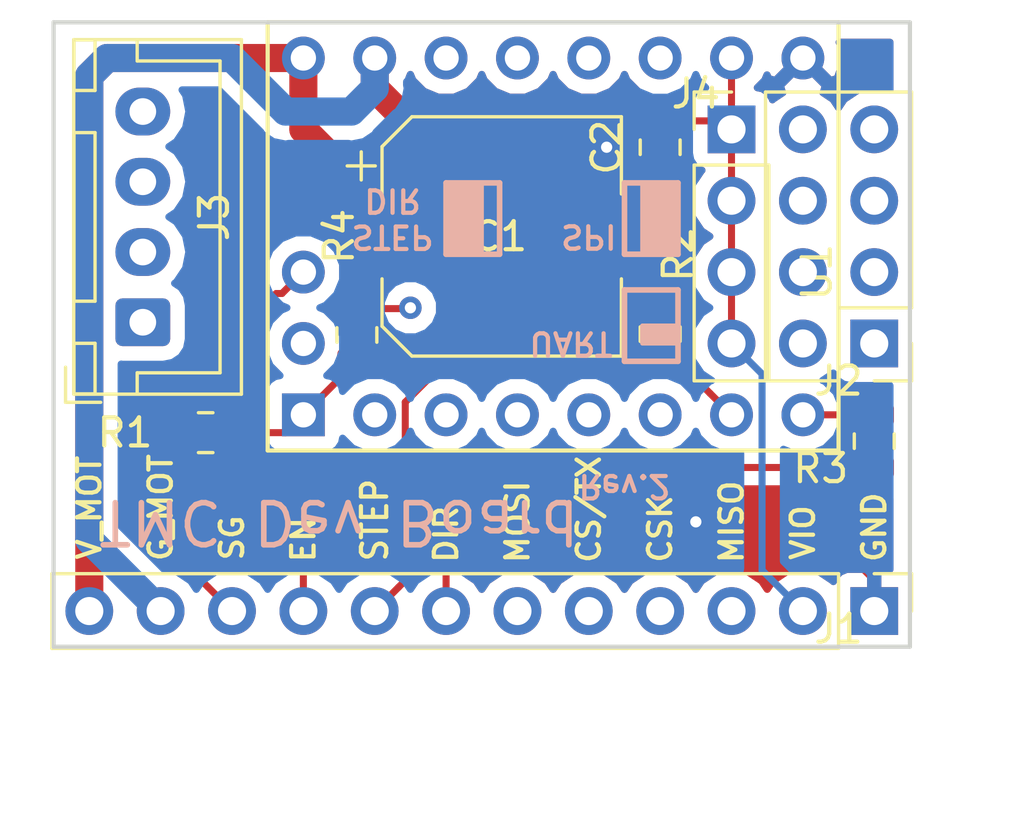
<source format=kicad_pcb>
(kicad_pcb (version 20171130) (host pcbnew 5.0.2+dfsg1-1)

  (general
    (thickness 1.6)
    (drawings 39)
    (tracks 125)
    (zones 0)
    (modules 11)
    (nets 24)
  )

  (page A4)
  (layers
    (0 F.Cu signal)
    (1 In1.Cu signal)
    (2 In2.Cu signal)
    (31 B.Cu signal)
    (32 B.Adhes user)
    (33 F.Adhes user)
    (34 B.Paste user)
    (35 F.Paste user)
    (36 B.SilkS user)
    (37 F.SilkS user)
    (38 B.Mask user)
    (39 F.Mask user)
    (40 Dwgs.User user)
    (41 Cmts.User user)
    (42 Eco1.User user)
    (43 Eco2.User user)
    (44 Edge.Cuts user)
    (45 Margin user)
    (46 B.CrtYd user)
    (47 F.CrtYd user)
    (48 B.Fab user)
    (49 F.Fab user)
  )

  (setup
    (last_trace_width 0.25)
    (trace_clearance 0.2)
    (zone_clearance 0.508)
    (zone_45_only no)
    (trace_min 0.2)
    (segment_width 0.2)
    (edge_width 0.15)
    (via_size 0.8)
    (via_drill 0.4)
    (via_min_size 0.4)
    (via_min_drill 0.3)
    (uvia_size 0.3)
    (uvia_drill 0.1)
    (uvias_allowed no)
    (uvia_min_size 0.2)
    (uvia_min_drill 0.1)
    (pcb_text_width 0.3)
    (pcb_text_size 1.5 1.5)
    (mod_edge_width 0.15)
    (mod_text_size 1 1)
    (mod_text_width 0.15)
    (pad_size 1.15 1.4)
    (pad_drill 0)
    (pad_to_mask_clearance 0.051)
    (solder_mask_min_width 0.25)
    (aux_axis_origin 0 0)
    (visible_elements FFFFFF7F)
    (pcbplotparams
      (layerselection 0x010fc_ffffffff)
      (usegerberextensions false)
      (usegerberattributes false)
      (usegerberadvancedattributes false)
      (creategerberjobfile false)
      (excludeedgelayer true)
      (linewidth 0.100000)
      (plotframeref false)
      (viasonmask false)
      (mode 1)
      (useauxorigin false)
      (hpglpennumber 1)
      (hpglpenspeed 20)
      (hpglpendiameter 15.000000)
      (psnegative false)
      (psa4output false)
      (plotreference true)
      (plotvalue true)
      (plotinvisibletext false)
      (padsonsilk false)
      (subtractmaskfromsilk false)
      (outputformat 1)
      (mirror false)
      (drillshape 1)
      (scaleselection 1)
      (outputdirectory ""))
  )

  (net 0 "")
  (net 1 GND)
  (net 2 "Net-(R1-Pad1)")
  (net 3 "Net-(R3-Pad1)")
  (net 4 "Net-(R2-Pad1)")
  (net 5 V_MOT)
  (net 6 G_MOT)
  (net 7 VIO)
  (net 8 "Net-(J1-Pad5)")
  (net 9 "Net-(J1-Pad6)")
  (net 10 DIR)
  (net 11 STEP)
  (net 12 EN)
  (net 13 SG)
  (net 14 MOSI)
  (net 15 CS)
  (net 16 SCK)
  (net 17 MISO)
  (net 18 "Net-(J3-Pad1)")
  (net 19 "Net-(J3-Pad2)")
  (net 20 "Net-(J3-Pad3)")
  (net 21 "Net-(J3-Pad4)")
  (net 22 "Net-(J1-Pad3)")
  (net 23 "Net-(J1-Pad4)")

  (net_class Default "This is the default net class."
    (clearance 0.2)
    (trace_width 0.25)
    (via_dia 0.8)
    (via_drill 0.4)
    (uvia_dia 0.3)
    (uvia_drill 0.1)
    (add_net CS)
    (add_net DIR)
    (add_net EN)
    (add_net GND)
    (add_net G_MOT)
    (add_net MISO)
    (add_net MOSI)
    (add_net "Net-(J1-Pad3)")
    (add_net "Net-(J1-Pad4)")
    (add_net "Net-(J1-Pad5)")
    (add_net "Net-(J1-Pad6)")
    (add_net "Net-(J3-Pad1)")
    (add_net "Net-(J3-Pad2)")
    (add_net "Net-(J3-Pad3)")
    (add_net "Net-(J3-Pad4)")
    (add_net "Net-(R1-Pad1)")
    (add_net "Net-(R2-Pad1)")
    (add_net "Net-(R3-Pad1)")
    (add_net SCK)
    (add_net SG)
    (add_net STEP)
    (add_net VIO)
    (add_net V_MOT)
  )

  (module Capacitor_SMD:CP_Elec_8x10 (layer F.Cu) (tedit 5BCA39D0) (tstamp 614C730C)
    (at 146.125 86.36)
    (descr "SMD capacitor, aluminum electrolytic, Nichicon, 8.0x10mm")
    (tags "capacitor electrolytic")
    (path /614BAF3F)
    (attr smd)
    (fp_text reference C1 (at -0.075 0) (layer F.SilkS)
      (effects (font (size 1 1) (thickness 0.15)))
    )
    (fp_text value 100u (at 0 5.2) (layer F.Fab)
      (effects (font (size 1 1) (thickness 0.15)))
    )
    (fp_circle (center 0 0) (end 4 0) (layer F.Fab) (width 0.1))
    (fp_line (start 4.15 -4.15) (end 4.15 4.15) (layer F.Fab) (width 0.1))
    (fp_line (start -3.15 -4.15) (end 4.15 -4.15) (layer F.Fab) (width 0.1))
    (fp_line (start -3.15 4.15) (end 4.15 4.15) (layer F.Fab) (width 0.1))
    (fp_line (start -4.15 -3.15) (end -4.15 3.15) (layer F.Fab) (width 0.1))
    (fp_line (start -4.15 -3.15) (end -3.15 -4.15) (layer F.Fab) (width 0.1))
    (fp_line (start -4.15 3.15) (end -3.15 4.15) (layer F.Fab) (width 0.1))
    (fp_line (start -3.562278 -1.5) (end -2.762278 -1.5) (layer F.Fab) (width 0.1))
    (fp_line (start -3.162278 -1.9) (end -3.162278 -1.1) (layer F.Fab) (width 0.1))
    (fp_line (start 4.26 4.26) (end 4.26 1.51) (layer F.SilkS) (width 0.12))
    (fp_line (start 4.26 -4.26) (end 4.26 -1.51) (layer F.SilkS) (width 0.12))
    (fp_line (start -3.195563 -4.26) (end 4.26 -4.26) (layer F.SilkS) (width 0.12))
    (fp_line (start -3.195563 4.26) (end 4.26 4.26) (layer F.SilkS) (width 0.12))
    (fp_line (start -4.26 3.195563) (end -4.26 1.51) (layer F.SilkS) (width 0.12))
    (fp_line (start -4.26 -3.195563) (end -4.26 -1.51) (layer F.SilkS) (width 0.12))
    (fp_line (start -4.26 -3.195563) (end -3.195563 -4.26) (layer F.SilkS) (width 0.12))
    (fp_line (start -4.26 3.195563) (end -3.195563 4.26) (layer F.SilkS) (width 0.12))
    (fp_line (start -5.5 -2.51) (end -4.5 -2.51) (layer F.SilkS) (width 0.12))
    (fp_line (start -5 -3.01) (end -5 -2.01) (layer F.SilkS) (width 0.12))
    (fp_line (start 4.4 -4.4) (end 4.4 -1.5) (layer F.CrtYd) (width 0.05))
    (fp_line (start 4.4 -1.5) (end 5.25 -1.5) (layer F.CrtYd) (width 0.05))
    (fp_line (start 5.25 -1.5) (end 5.25 1.5) (layer F.CrtYd) (width 0.05))
    (fp_line (start 5.25 1.5) (end 4.4 1.5) (layer F.CrtYd) (width 0.05))
    (fp_line (start 4.4 1.5) (end 4.4 4.4) (layer F.CrtYd) (width 0.05))
    (fp_line (start -3.25 4.4) (end 4.4 4.4) (layer F.CrtYd) (width 0.05))
    (fp_line (start -3.25 -4.4) (end 4.4 -4.4) (layer F.CrtYd) (width 0.05))
    (fp_line (start -4.4 3.25) (end -3.25 4.4) (layer F.CrtYd) (width 0.05))
    (fp_line (start -4.4 -3.25) (end -3.25 -4.4) (layer F.CrtYd) (width 0.05))
    (fp_line (start -4.4 -3.25) (end -4.4 -1.5) (layer F.CrtYd) (width 0.05))
    (fp_line (start -4.4 1.5) (end -4.4 3.25) (layer F.CrtYd) (width 0.05))
    (fp_line (start -4.4 -1.5) (end -5.25 -1.5) (layer F.CrtYd) (width 0.05))
    (fp_line (start -5.25 -1.5) (end -5.25 1.5) (layer F.CrtYd) (width 0.05))
    (fp_line (start -5.25 1.5) (end -4.4 1.5) (layer F.CrtYd) (width 0.05))
    (fp_text user %R (at 0 0) (layer F.Fab)
      (effects (font (size 1 1) (thickness 0.15)))
    )
    (pad 1 smd roundrect (at -3.25 0) (size 3.5 2.5) (layers F.Cu F.Paste F.Mask) (roundrect_rratio 0.1)
      (net 5 V_MOT))
    (pad 2 smd roundrect (at 3.25 0) (size 3.5 2.5) (layers F.Cu F.Paste F.Mask) (roundrect_rratio 0.1)
      (net 6 G_MOT))
    (model ${KISYS3DMOD}/Capacitor_SMD.3dshapes/CP_Elec_8x10.wrl
      (at (xyz 0 0 0))
      (scale (xyz 1 1 1))
      (rotate (xyz 0 0 0))
    )
  )

  (module Capacitor_SMD:C_0805_2012Metric (layer F.Cu) (tedit 5B36C52B) (tstamp 614C731D)
    (at 151.765 83.185 270)
    (descr "Capacitor SMD 0805 (2012 Metric), square (rectangular) end terminal, IPC_7351 nominal, (Body size source: https://docs.google.com/spreadsheets/d/1BsfQQcO9C6DZCsRaXUlFlo91Tg2WpOkGARC1WS5S8t0/edit?usp=sharing), generated with kicad-footprint-generator")
    (tags capacitor)
    (path /614B9D82)
    (attr smd)
    (fp_text reference C2 (at 0 1.905 270) (layer F.SilkS)
      (effects (font (size 1 1) (thickness 0.15)))
    )
    (fp_text value 100n (at 0 1.65 270) (layer F.Fab)
      (effects (font (size 1 1) (thickness 0.15)))
    )
    (fp_line (start -1 0.6) (end -1 -0.6) (layer F.Fab) (width 0.1))
    (fp_line (start -1 -0.6) (end 1 -0.6) (layer F.Fab) (width 0.1))
    (fp_line (start 1 -0.6) (end 1 0.6) (layer F.Fab) (width 0.1))
    (fp_line (start 1 0.6) (end -1 0.6) (layer F.Fab) (width 0.1))
    (fp_line (start -0.258578 -0.71) (end 0.258578 -0.71) (layer F.SilkS) (width 0.12))
    (fp_line (start -0.258578 0.71) (end 0.258578 0.71) (layer F.SilkS) (width 0.12))
    (fp_line (start -1.68 0.95) (end -1.68 -0.95) (layer F.CrtYd) (width 0.05))
    (fp_line (start -1.68 -0.95) (end 1.68 -0.95) (layer F.CrtYd) (width 0.05))
    (fp_line (start 1.68 -0.95) (end 1.68 0.95) (layer F.CrtYd) (width 0.05))
    (fp_line (start 1.68 0.95) (end -1.68 0.95) (layer F.CrtYd) (width 0.05))
    (fp_text user %R (at 0 0 270) (layer F.Fab)
      (effects (font (size 0.5 0.5) (thickness 0.08)))
    )
    (pad 1 smd roundrect (at -0.9375 0 270) (size 0.975 1.4) (layers F.Cu F.Paste F.Mask) (roundrect_rratio 0.25)
      (net 7 VIO))
    (pad 2 smd roundrect (at 0.9375 0 270) (size 0.975 1.4) (layers F.Cu F.Paste F.Mask) (roundrect_rratio 0.25)
      (net 1 GND))
    (model ${KISYS3DMOD}/Capacitor_SMD.3dshapes/C_0805_2012Metric.wrl
      (at (xyz 0 0 0))
      (scale (xyz 1 1 1))
      (rotate (xyz 0 0 0))
    )
  )

  (module Connector_PinHeader_2.54mm:PinHeader_1x12_P2.54mm_Vertical (layer F.Cu) (tedit 59FED5CC) (tstamp 614C733D)
    (at 159.385 99.695 270)
    (descr "Through hole straight pin header, 1x12, 2.54mm pitch, single row")
    (tags "Through hole pin header THT 1x12 2.54mm single row")
    (path /612F9F73)
    (fp_text reference J1 (at 0.635 1.27) (layer F.SilkS)
      (effects (font (size 1 1) (thickness 0.15)))
    )
    (fp_text value Conn_01x12_Female (at 0 30.27 270) (layer F.Fab)
      (effects (font (size 1 1) (thickness 0.15)))
    )
    (fp_line (start -0.635 -1.27) (end 1.27 -1.27) (layer F.Fab) (width 0.1))
    (fp_line (start 1.27 -1.27) (end 1.27 29.21) (layer F.Fab) (width 0.1))
    (fp_line (start 1.27 29.21) (end -1.27 29.21) (layer F.Fab) (width 0.1))
    (fp_line (start -1.27 29.21) (end -1.27 -0.635) (layer F.Fab) (width 0.1))
    (fp_line (start -1.27 -0.635) (end -0.635 -1.27) (layer F.Fab) (width 0.1))
    (fp_line (start -1.33 29.27) (end 1.33 29.27) (layer F.SilkS) (width 0.12))
    (fp_line (start -1.33 1.27) (end -1.33 29.27) (layer F.SilkS) (width 0.12))
    (fp_line (start 1.33 1.27) (end 1.33 29.27) (layer F.SilkS) (width 0.12))
    (fp_line (start -1.33 1.27) (end 1.33 1.27) (layer F.SilkS) (width 0.12))
    (fp_line (start -1.33 0) (end -1.33 -1.33) (layer F.SilkS) (width 0.12))
    (fp_line (start -1.33 -1.33) (end 0 -1.33) (layer F.SilkS) (width 0.12))
    (fp_line (start -1.8 -1.8) (end -1.8 29.75) (layer F.CrtYd) (width 0.05))
    (fp_line (start -1.8 29.75) (end 1.8 29.75) (layer F.CrtYd) (width 0.05))
    (fp_line (start 1.8 29.75) (end 1.8 -1.8) (layer F.CrtYd) (width 0.05))
    (fp_line (start 1.8 -1.8) (end -1.8 -1.8) (layer F.CrtYd) (width 0.05))
    (fp_text user %R (at 0 13.97) (layer F.Fab)
      (effects (font (size 1 1) (thickness 0.15)))
    )
    (pad 1 thru_hole rect (at 0 0 270) (size 1.7 1.7) (drill 1) (layers *.Cu *.Mask)
      (net 1 GND))
    (pad 2 thru_hole oval (at 0 2.54 270) (size 1.7 1.7) (drill 1) (layers *.Cu *.Mask)
      (net 7 VIO))
    (pad 3 thru_hole oval (at 0 5.08 270) (size 1.7 1.7) (drill 1) (layers *.Cu *.Mask)
      (net 22 "Net-(J1-Pad3)"))
    (pad 4 thru_hole oval (at 0 7.62 270) (size 1.7 1.7) (drill 1) (layers *.Cu *.Mask)
      (net 23 "Net-(J1-Pad4)"))
    (pad 5 thru_hole oval (at 0 10.16 270) (size 1.7 1.7) (drill 1) (layers *.Cu *.Mask)
      (net 8 "Net-(J1-Pad5)"))
    (pad 6 thru_hole oval (at 0 12.7 270) (size 1.7 1.7) (drill 1) (layers *.Cu *.Mask)
      (net 9 "Net-(J1-Pad6)"))
    (pad 7 thru_hole oval (at 0 15.24 270) (size 1.7 1.7) (drill 1) (layers *.Cu *.Mask)
      (net 10 DIR))
    (pad 8 thru_hole oval (at 0 17.78 270) (size 1.7 1.7) (drill 1) (layers *.Cu *.Mask)
      (net 11 STEP))
    (pad 9 thru_hole oval (at 0 20.32 270) (size 1.7 1.7) (drill 1) (layers *.Cu *.Mask)
      (net 12 EN))
    (pad 10 thru_hole oval (at 0 22.86 270) (size 1.7 1.7) (drill 1) (layers *.Cu *.Mask)
      (net 13 SG))
    (pad 11 thru_hole oval (at 0 25.4 270) (size 1.7 1.7) (drill 1) (layers *.Cu *.Mask)
      (net 6 G_MOT))
    (pad 12 thru_hole oval (at 0 27.94 270) (size 1.7 1.7) (drill 1) (layers *.Cu *.Mask)
      (net 5 V_MOT))
    (model ${KISYS3DMOD}/Connector_PinHeader_2.54mm.3dshapes/PinHeader_1x12_P2.54mm_Vertical.wrl
      (at (xyz 0 0 0))
      (scale (xyz 1 1 1))
      (rotate (xyz 0 0 0))
    )
  )

  (module Connector_PinHeader_2.54mm:PinHeader_2x04_P2.54mm_Vertical (layer F.Cu) (tedit 59FED5CC) (tstamp 614C735B)
    (at 159.385 90.17 180)
    (descr "Through hole straight pin header, 2x04, 2.54mm pitch, double rows")
    (tags "Through hole pin header THT 2x04 2.54mm double row")
    (path /614B4E6C)
    (fp_text reference J2 (at 1.27 -1.33 180) (layer F.SilkS)
      (effects (font (size 1 1) (thickness 0.15)))
    )
    (fp_text value UART/SPI_header (at 1.27 9.95 180) (layer F.Fab)
      (effects (font (size 1 1) (thickness 0.15)))
    )
    (fp_line (start 0 -1.27) (end 3.81 -1.27) (layer F.Fab) (width 0.1))
    (fp_line (start 3.81 -1.27) (end 3.81 8.89) (layer F.Fab) (width 0.1))
    (fp_line (start 3.81 8.89) (end -1.27 8.89) (layer F.Fab) (width 0.1))
    (fp_line (start -1.27 8.89) (end -1.27 0) (layer F.Fab) (width 0.1))
    (fp_line (start -1.27 0) (end 0 -1.27) (layer F.Fab) (width 0.1))
    (fp_line (start -1.33 8.95) (end 3.87 8.95) (layer F.SilkS) (width 0.12))
    (fp_line (start -1.33 1.27) (end -1.33 8.95) (layer F.SilkS) (width 0.12))
    (fp_line (start 3.87 -1.33) (end 3.87 8.95) (layer F.SilkS) (width 0.12))
    (fp_line (start -1.33 1.27) (end 1.27 1.27) (layer F.SilkS) (width 0.12))
    (fp_line (start 1.27 1.27) (end 1.27 -1.33) (layer F.SilkS) (width 0.12))
    (fp_line (start 1.27 -1.33) (end 3.87 -1.33) (layer F.SilkS) (width 0.12))
    (fp_line (start -1.33 0) (end -1.33 -1.33) (layer F.SilkS) (width 0.12))
    (fp_line (start -1.33 -1.33) (end 0 -1.33) (layer F.SilkS) (width 0.12))
    (fp_line (start -1.8 -1.8) (end -1.8 9.4) (layer F.CrtYd) (width 0.05))
    (fp_line (start -1.8 9.4) (end 4.35 9.4) (layer F.CrtYd) (width 0.05))
    (fp_line (start 4.35 9.4) (end 4.35 -1.8) (layer F.CrtYd) (width 0.05))
    (fp_line (start 4.35 -1.8) (end -1.8 -1.8) (layer F.CrtYd) (width 0.05))
    (fp_text user %R (at 1.27 3.81 270) (layer F.Fab)
      (effects (font (size 1 1) (thickness 0.15)))
    )
    (pad 1 thru_hole rect (at 0 0 180) (size 1.7 1.7) (drill 1) (layers *.Cu *.Mask)
      (net 9 "Net-(J1-Pad6)"))
    (pad 2 thru_hole oval (at 2.54 0 180) (size 1.7 1.7) (drill 1) (layers *.Cu *.Mask)
      (net 14 MOSI))
    (pad 3 thru_hole oval (at 0 2.54 180) (size 1.7 1.7) (drill 1) (layers *.Cu *.Mask)
      (net 8 "Net-(J1-Pad5)"))
    (pad 4 thru_hole oval (at 2.54 2.54 180) (size 1.7 1.7) (drill 1) (layers *.Cu *.Mask)
      (net 15 CS))
    (pad 5 thru_hole oval (at 0 5.08 180) (size 1.7 1.7) (drill 1) (layers *.Cu *.Mask)
      (net 23 "Net-(J1-Pad4)"))
    (pad 6 thru_hole oval (at 2.54 5.08 180) (size 1.7 1.7) (drill 1) (layers *.Cu *.Mask)
      (net 16 SCK))
    (pad 7 thru_hole oval (at 0 7.62 180) (size 1.7 1.7) (drill 1) (layers *.Cu *.Mask)
      (net 22 "Net-(J1-Pad3)"))
    (pad 8 thru_hole oval (at 2.54 7.62 180) (size 1.7 1.7) (drill 1) (layers *.Cu *.Mask)
      (net 17 MISO))
    (model ${KISYS3DMOD}/Connector_PinHeader_2.54mm.3dshapes/PinHeader_2x04_P2.54mm_Vertical.wrl
      (at (xyz 0 0 0))
      (scale (xyz 1 1 1))
      (rotate (xyz 0 0 0))
    )
  )

  (module Connector_JST:JST_XH_B04B-XH-A_1x04_P2.50mm_Vertical (layer F.Cu) (tedit 5B7754C5) (tstamp 614C7386)
    (at 133.35 89.415 90)
    (descr "JST XH series connector, B04B-XH-A (http://www.jst-mfg.com/product/pdf/eng/eXH.pdf), generated with kicad-footprint-generator")
    (tags "connector JST XH side entry")
    (path /614B968C)
    (fp_text reference J3 (at 3.75 2.54 90) (layer F.SilkS)
      (effects (font (size 1 1) (thickness 0.15)))
    )
    (fp_text value Conn_01x04_Female (at 3.75 4.6 90) (layer F.Fab)
      (effects (font (size 1 1) (thickness 0.15)))
    )
    (fp_line (start -2.45 -2.35) (end -2.45 3.4) (layer F.Fab) (width 0.1))
    (fp_line (start -2.45 3.4) (end 9.95 3.4) (layer F.Fab) (width 0.1))
    (fp_line (start 9.95 3.4) (end 9.95 -2.35) (layer F.Fab) (width 0.1))
    (fp_line (start 9.95 -2.35) (end -2.45 -2.35) (layer F.Fab) (width 0.1))
    (fp_line (start -2.56 -2.46) (end -2.56 3.51) (layer F.SilkS) (width 0.12))
    (fp_line (start -2.56 3.51) (end 10.06 3.51) (layer F.SilkS) (width 0.12))
    (fp_line (start 10.06 3.51) (end 10.06 -2.46) (layer F.SilkS) (width 0.12))
    (fp_line (start 10.06 -2.46) (end -2.56 -2.46) (layer F.SilkS) (width 0.12))
    (fp_line (start -2.95 -2.85) (end -2.95 3.9) (layer F.CrtYd) (width 0.05))
    (fp_line (start -2.95 3.9) (end 10.45 3.9) (layer F.CrtYd) (width 0.05))
    (fp_line (start 10.45 3.9) (end 10.45 -2.85) (layer F.CrtYd) (width 0.05))
    (fp_line (start 10.45 -2.85) (end -2.95 -2.85) (layer F.CrtYd) (width 0.05))
    (fp_line (start -0.625 -2.35) (end 0 -1.35) (layer F.Fab) (width 0.1))
    (fp_line (start 0 -1.35) (end 0.625 -2.35) (layer F.Fab) (width 0.1))
    (fp_line (start 0.75 -2.45) (end 0.75 -1.7) (layer F.SilkS) (width 0.12))
    (fp_line (start 0.75 -1.7) (end 6.75 -1.7) (layer F.SilkS) (width 0.12))
    (fp_line (start 6.75 -1.7) (end 6.75 -2.45) (layer F.SilkS) (width 0.12))
    (fp_line (start 6.75 -2.45) (end 0.75 -2.45) (layer F.SilkS) (width 0.12))
    (fp_line (start -2.55 -2.45) (end -2.55 -1.7) (layer F.SilkS) (width 0.12))
    (fp_line (start -2.55 -1.7) (end -0.75 -1.7) (layer F.SilkS) (width 0.12))
    (fp_line (start -0.75 -1.7) (end -0.75 -2.45) (layer F.SilkS) (width 0.12))
    (fp_line (start -0.75 -2.45) (end -2.55 -2.45) (layer F.SilkS) (width 0.12))
    (fp_line (start 8.25 -2.45) (end 8.25 -1.7) (layer F.SilkS) (width 0.12))
    (fp_line (start 8.25 -1.7) (end 10.05 -1.7) (layer F.SilkS) (width 0.12))
    (fp_line (start 10.05 -1.7) (end 10.05 -2.45) (layer F.SilkS) (width 0.12))
    (fp_line (start 10.05 -2.45) (end 8.25 -2.45) (layer F.SilkS) (width 0.12))
    (fp_line (start -2.55 -0.2) (end -1.8 -0.2) (layer F.SilkS) (width 0.12))
    (fp_line (start -1.8 -0.2) (end -1.8 2.75) (layer F.SilkS) (width 0.12))
    (fp_line (start -1.8 2.75) (end 3.75 2.75) (layer F.SilkS) (width 0.12))
    (fp_line (start 10.05 -0.2) (end 9.3 -0.2) (layer F.SilkS) (width 0.12))
    (fp_line (start 9.3 -0.2) (end 9.3 2.75) (layer F.SilkS) (width 0.12))
    (fp_line (start 9.3 2.75) (end 3.75 2.75) (layer F.SilkS) (width 0.12))
    (fp_line (start -1.6 -2.75) (end -2.85 -2.75) (layer F.SilkS) (width 0.12))
    (fp_line (start -2.85 -2.75) (end -2.85 -1.5) (layer F.SilkS) (width 0.12))
    (fp_text user %R (at 3.75 2.7 90) (layer F.Fab)
      (effects (font (size 1 1) (thickness 0.15)))
    )
    (pad 1 thru_hole roundrect (at 0 0 90) (size 1.7 1.95) (drill 0.95) (layers *.Cu *.Mask) (roundrect_rratio 0.147059)
      (net 18 "Net-(J3-Pad1)"))
    (pad 2 thru_hole oval (at 2.5 0 90) (size 1.7 1.95) (drill 0.95) (layers *.Cu *.Mask)
      (net 19 "Net-(J3-Pad2)"))
    (pad 3 thru_hole oval (at 5 0 90) (size 1.7 1.95) (drill 0.95) (layers *.Cu *.Mask)
      (net 20 "Net-(J3-Pad3)"))
    (pad 4 thru_hole oval (at 7.5 0 90) (size 1.7 1.95) (drill 0.95) (layers *.Cu *.Mask)
      (net 21 "Net-(J3-Pad4)"))
    (model ${KISYS3DMOD}/Connector_JST.3dshapes/JST_XH_B04B-XH-A_1x04_P2.50mm_Vertical.wrl
      (at (xyz 0 0 0))
      (scale (xyz 1 1 1))
      (rotate (xyz 0 0 0))
    )
  )

  (module Connector_PinHeader_2.54mm:PinHeader_1x04_P2.54mm_Vertical (layer F.Cu) (tedit 59FED5CC) (tstamp 614C739E)
    (at 154.305 82.55)
    (descr "Through hole straight pin header, 1x04, 2.54mm pitch, single row")
    (tags "Through hole pin header THT 1x04 2.54mm single row")
    (path /614B4CF5)
    (fp_text reference J4 (at -1.27 -1.27) (layer F.SilkS)
      (effects (font (size 1 1) (thickness 0.15)))
    )
    (fp_text value STEP/DIR_header (at 0 9.95) (layer F.Fab)
      (effects (font (size 1 1) (thickness 0.15)))
    )
    (fp_line (start -0.635 -1.27) (end 1.27 -1.27) (layer F.Fab) (width 0.1))
    (fp_line (start 1.27 -1.27) (end 1.27 8.89) (layer F.Fab) (width 0.1))
    (fp_line (start 1.27 8.89) (end -1.27 8.89) (layer F.Fab) (width 0.1))
    (fp_line (start -1.27 8.89) (end -1.27 -0.635) (layer F.Fab) (width 0.1))
    (fp_line (start -1.27 -0.635) (end -0.635 -1.27) (layer F.Fab) (width 0.1))
    (fp_line (start -1.33 8.95) (end 1.33 8.95) (layer F.SilkS) (width 0.12))
    (fp_line (start -1.33 1.27) (end -1.33 8.95) (layer F.SilkS) (width 0.12))
    (fp_line (start 1.33 1.27) (end 1.33 8.95) (layer F.SilkS) (width 0.12))
    (fp_line (start -1.33 1.27) (end 1.33 1.27) (layer F.SilkS) (width 0.12))
    (fp_line (start -1.33 0) (end -1.33 -1.33) (layer F.SilkS) (width 0.12))
    (fp_line (start -1.33 -1.33) (end 0 -1.33) (layer F.SilkS) (width 0.12))
    (fp_line (start -1.8 -1.8) (end -1.8 9.4) (layer F.CrtYd) (width 0.05))
    (fp_line (start -1.8 9.4) (end 1.8 9.4) (layer F.CrtYd) (width 0.05))
    (fp_line (start 1.8 9.4) (end 1.8 -1.8) (layer F.CrtYd) (width 0.05))
    (fp_line (start 1.8 -1.8) (end -1.8 -1.8) (layer F.CrtYd) (width 0.05))
    (fp_text user %R (at 0 3.81 90) (layer F.Fab)
      (effects (font (size 1 1) (thickness 0.15)))
    )
    (pad 1 thru_hole rect (at 0 0) (size 1.7 1.7) (drill 1) (layers *.Cu *.Mask)
      (net 7 VIO))
    (pad 2 thru_hole oval (at 0 2.54) (size 1.7 1.7) (drill 1) (layers *.Cu *.Mask)
      (net 7 VIO))
    (pad 3 thru_hole oval (at 0 5.08) (size 1.7 1.7) (drill 1) (layers *.Cu *.Mask)
      (net 7 VIO))
    (pad 4 thru_hole oval (at 0 7.62) (size 1.7 1.7) (drill 1) (layers *.Cu *.Mask)
      (net 7 VIO))
    (model ${KISYS3DMOD}/Connector_PinHeader_2.54mm.3dshapes/PinHeader_1x04_P2.54mm_Vertical.wrl
      (at (xyz 0 0 0))
      (scale (xyz 1 1 1))
      (rotate (xyz 0 0 0))
    )
  )

  (module Resistor_SMD:R_0805_2012Metric (layer F.Cu) (tedit 5B36C52B) (tstamp 614C73AF)
    (at 135.5875 93.345 180)
    (descr "Resistor SMD 0805 (2012 Metric), square (rectangular) end terminal, IPC_7351 nominal, (Body size source: https://docs.google.com/spreadsheets/d/1BsfQQcO9C6DZCsRaXUlFlo91Tg2WpOkGARC1WS5S8t0/edit?usp=sharing), generated with kicad-footprint-generator")
    (tags resistor)
    (path /614B91B9)
    (attr smd)
    (fp_text reference R1 (at 2.8725 0 180) (layer F.SilkS)
      (effects (font (size 1 1) (thickness 0.15)))
    )
    (fp_text value 100R (at 0 1.65 180) (layer F.Fab)
      (effects (font (size 1 1) (thickness 0.15)))
    )
    (fp_line (start -1 0.6) (end -1 -0.6) (layer F.Fab) (width 0.1))
    (fp_line (start -1 -0.6) (end 1 -0.6) (layer F.Fab) (width 0.1))
    (fp_line (start 1 -0.6) (end 1 0.6) (layer F.Fab) (width 0.1))
    (fp_line (start 1 0.6) (end -1 0.6) (layer F.Fab) (width 0.1))
    (fp_line (start -0.258578 -0.71) (end 0.258578 -0.71) (layer F.SilkS) (width 0.12))
    (fp_line (start -0.258578 0.71) (end 0.258578 0.71) (layer F.SilkS) (width 0.12))
    (fp_line (start -1.68 0.95) (end -1.68 -0.95) (layer F.CrtYd) (width 0.05))
    (fp_line (start -1.68 -0.95) (end 1.68 -0.95) (layer F.CrtYd) (width 0.05))
    (fp_line (start 1.68 -0.95) (end 1.68 0.95) (layer F.CrtYd) (width 0.05))
    (fp_line (start 1.68 0.95) (end -1.68 0.95) (layer F.CrtYd) (width 0.05))
    (fp_text user %R (at 0 0 180) (layer F.Fab)
      (effects (font (size 0.5 0.5) (thickness 0.08)))
    )
    (pad 1 smd roundrect (at -0.9375 0 180) (size 0.975 1.4) (layers F.Cu F.Paste F.Mask) (roundrect_rratio 0.25)
      (net 2 "Net-(R1-Pad1)"))
    (pad 2 smd roundrect (at 0.9375 0 180) (size 0.975 1.4) (layers F.Cu F.Paste F.Mask) (roundrect_rratio 0.25)
      (net 12 EN))
    (model ${KISYS3DMOD}/Resistor_SMD.3dshapes/R_0805_2012Metric.wrl
      (at (xyz 0 0 0))
      (scale (xyz 1 1 1))
      (rotate (xyz 0 0 0))
    )
  )

  (module Resistor_SMD:R_0805_2012Metric (layer F.Cu) (tedit 5B36C52B) (tstamp 614C73C0)
    (at 151.765 89.8375 270)
    (descr "Resistor SMD 0805 (2012 Metric), square (rectangular) end terminal, IPC_7351 nominal, (Body size source: https://docs.google.com/spreadsheets/d/1BsfQQcO9C6DZCsRaXUlFlo91Tg2WpOkGARC1WS5S8t0/edit?usp=sharing), generated with kicad-footprint-generator")
    (tags resistor)
    (path /614B9199)
    (attr smd)
    (fp_text reference R2 (at -2.8425 -0.635 270) (layer F.SilkS)
      (effects (font (size 1 1) (thickness 0.15)))
    )
    (fp_text value 100R (at 0 1.65 270) (layer F.Fab)
      (effects (font (size 1 1) (thickness 0.15)))
    )
    (fp_text user %R (at 0 0 270) (layer F.Fab)
      (effects (font (size 0.5 0.5) (thickness 0.08)))
    )
    (fp_line (start 1.68 0.95) (end -1.68 0.95) (layer F.CrtYd) (width 0.05))
    (fp_line (start 1.68 -0.95) (end 1.68 0.95) (layer F.CrtYd) (width 0.05))
    (fp_line (start -1.68 -0.95) (end 1.68 -0.95) (layer F.CrtYd) (width 0.05))
    (fp_line (start -1.68 0.95) (end -1.68 -0.95) (layer F.CrtYd) (width 0.05))
    (fp_line (start -0.258578 0.71) (end 0.258578 0.71) (layer F.SilkS) (width 0.12))
    (fp_line (start -0.258578 -0.71) (end 0.258578 -0.71) (layer F.SilkS) (width 0.12))
    (fp_line (start 1 0.6) (end -1 0.6) (layer F.Fab) (width 0.1))
    (fp_line (start 1 -0.6) (end 1 0.6) (layer F.Fab) (width 0.1))
    (fp_line (start -1 -0.6) (end 1 -0.6) (layer F.Fab) (width 0.1))
    (fp_line (start -1 0.6) (end -1 -0.6) (layer F.Fab) (width 0.1))
    (pad 2 smd roundrect (at 0.9375 0 270) (size 0.975 1.4) (layers F.Cu F.Paste F.Mask) (roundrect_rratio 0.25)
      (net 11 STEP))
    (pad 1 smd roundrect (at -0.9375 0 270) (size 0.975 1.4) (layers F.Cu F.Paste F.Mask) (roundrect_rratio 0.25)
      (net 4 "Net-(R2-Pad1)"))
    (model ${KISYS3DMOD}/Resistor_SMD.3dshapes/R_0805_2012Metric.wrl
      (at (xyz 0 0 0))
      (scale (xyz 1 1 1))
      (rotate (xyz 0 0 0))
    )
  )

  (module Resistor_SMD:R_0805_2012Metric (layer F.Cu) (tedit 5B36C52B) (tstamp 614C73D1)
    (at 159.385 93.6475 270)
    (descr "Resistor SMD 0805 (2012 Metric), square (rectangular) end terminal, IPC_7351 nominal, (Body size source: https://docs.google.com/spreadsheets/d/1BsfQQcO9C6DZCsRaXUlFlo91Tg2WpOkGARC1WS5S8t0/edit?usp=sharing), generated with kicad-footprint-generator")
    (tags resistor)
    (path /614B8FFB)
    (attr smd)
    (fp_text reference R3 (at 0.9675 1.905) (layer F.SilkS)
      (effects (font (size 1 1) (thickness 0.15)))
    )
    (fp_text value 100R (at 0 1.65 270) (layer F.Fab)
      (effects (font (size 1 1) (thickness 0.15)))
    )
    (fp_line (start -1 0.6) (end -1 -0.6) (layer F.Fab) (width 0.1))
    (fp_line (start -1 -0.6) (end 1 -0.6) (layer F.Fab) (width 0.1))
    (fp_line (start 1 -0.6) (end 1 0.6) (layer F.Fab) (width 0.1))
    (fp_line (start 1 0.6) (end -1 0.6) (layer F.Fab) (width 0.1))
    (fp_line (start -0.258578 -0.71) (end 0.258578 -0.71) (layer F.SilkS) (width 0.12))
    (fp_line (start -0.258578 0.71) (end 0.258578 0.71) (layer F.SilkS) (width 0.12))
    (fp_line (start -1.68 0.95) (end -1.68 -0.95) (layer F.CrtYd) (width 0.05))
    (fp_line (start -1.68 -0.95) (end 1.68 -0.95) (layer F.CrtYd) (width 0.05))
    (fp_line (start 1.68 -0.95) (end 1.68 0.95) (layer F.CrtYd) (width 0.05))
    (fp_line (start 1.68 0.95) (end -1.68 0.95) (layer F.CrtYd) (width 0.05))
    (fp_text user %R (at 0 0 270) (layer F.Fab)
      (effects (font (size 0.5 0.5) (thickness 0.08)))
    )
    (pad 1 smd roundrect (at -0.9375 0 270) (size 0.975 1.4) (layers F.Cu F.Paste F.Mask) (roundrect_rratio 0.25)
      (net 3 "Net-(R3-Pad1)"))
    (pad 2 smd roundrect (at 0.9375 0 270) (size 0.975 1.4) (layers F.Cu F.Paste F.Mask) (roundrect_rratio 0.25)
      (net 10 DIR))
    (model ${KISYS3DMOD}/Resistor_SMD.3dshapes/R_0805_2012Metric.wrl
      (at (xyz 0 0 0))
      (scale (xyz 1 1 1))
      (rotate (xyz 0 0 0))
    )
  )

  (module Resistor_SMD:R_0805_2012Metric (layer F.Cu) (tedit 5B36C52B) (tstamp 614C73E2)
    (at 140.97 89.8675 90)
    (descr "Resistor SMD 0805 (2012 Metric), square (rectangular) end terminal, IPC_7351 nominal, (Body size source: https://docs.google.com/spreadsheets/d/1BsfQQcO9C6DZCsRaXUlFlo91Tg2WpOkGARC1WS5S8t0/edit?usp=sharing), generated with kicad-footprint-generator")
    (tags resistor)
    (path /614B91F9)
    (attr smd)
    (fp_text reference R4 (at 3.5075 -0.635 90) (layer F.SilkS)
      (effects (font (size 1 1) (thickness 0.15)))
    )
    (fp_text value 10K (at 0 1.65 90) (layer F.Fab)
      (effects (font (size 1 1) (thickness 0.15)))
    )
    (fp_text user %R (at 0 0 90) (layer F.Fab)
      (effects (font (size 0.5 0.5) (thickness 0.08)))
    )
    (fp_line (start 1.68 0.95) (end -1.68 0.95) (layer F.CrtYd) (width 0.05))
    (fp_line (start 1.68 -0.95) (end 1.68 0.95) (layer F.CrtYd) (width 0.05))
    (fp_line (start -1.68 -0.95) (end 1.68 -0.95) (layer F.CrtYd) (width 0.05))
    (fp_line (start -1.68 0.95) (end -1.68 -0.95) (layer F.CrtYd) (width 0.05))
    (fp_line (start -0.258578 0.71) (end 0.258578 0.71) (layer F.SilkS) (width 0.12))
    (fp_line (start -0.258578 -0.71) (end 0.258578 -0.71) (layer F.SilkS) (width 0.12))
    (fp_line (start 1 0.6) (end -1 0.6) (layer F.Fab) (width 0.1))
    (fp_line (start 1 -0.6) (end 1 0.6) (layer F.Fab) (width 0.1))
    (fp_line (start -1 -0.6) (end 1 -0.6) (layer F.Fab) (width 0.1))
    (fp_line (start -1 0.6) (end -1 -0.6) (layer F.Fab) (width 0.1))
    (pad 2 smd roundrect (at 0.9375 0 90) (size 0.975 1.4) (layers F.Cu F.Paste F.Mask) (roundrect_rratio 0.25)
      (net 7 VIO))
    (pad 1 smd roundrect (at -0.9375 0 90) (size 0.975 1.4) (layers F.Cu F.Paste F.Mask) (roundrect_rratio 0.25)
      (net 2 "Net-(R1-Pad1)"))
    (model ${KISYS3DMOD}/Resistor_SMD.3dshapes/R_0805_2012Metric.wrl
      (at (xyz 0 0 0))
      (scale (xyz 1 1 1))
      (rotate (xyz 0 0 0))
    )
  )

  (module custom-footprints:TMC-step-stick (layer F.Cu) (tedit 60F3D74F) (tstamp 614C7400)
    (at 156.845 87.63 90)
    (path /614B47F0)
    (fp_text reference U1 (at 0 0.5 90) (layer F.SilkS)
      (effects (font (size 1 1) (thickness 0.15)))
    )
    (fp_text value TMC-step-stick (at 0 -0.5 90) (layer F.Fab)
      (effects (font (size 1 1) (thickness 0.15)))
    )
    (fp_line (start -6.35 -19.05) (end 8.89 -19.05) (layer F.SilkS) (width 0.15))
    (fp_line (start 8.89 -19.05) (end 8.89 1.27) (layer F.SilkS) (width 0.15))
    (fp_line (start 8.89 1.27) (end -6.35 1.27) (layer F.SilkS) (width 0.15))
    (fp_line (start -6.35 1.27) (end -6.35 -19.05) (layer F.SilkS) (width 0.15))
    (fp_line (start -6.35 -19.05) (end 8.89 -19.05) (layer F.CrtYd) (width 0.15))
    (fp_line (start 8.89 -19.05) (end 8.89 1.27) (layer F.CrtYd) (width 0.15))
    (fp_line (start 8.89 1.27) (end -6.35 1.27) (layer F.CrtYd) (width 0.15))
    (fp_line (start -6.35 1.27) (end -6.35 -19.05) (layer F.CrtYd) (width 0.15))
    (pad 1 thru_hole rect (at -5.08 -17.78 90) (size 1.524 1.524) (drill 0.9) (layers *.Cu *.Mask)
      (net 2 "Net-(R1-Pad1)"))
    (pad 2 thru_hole circle (at -5.08 -15.24 90) (size 1.524 1.524) (drill 0.9) (layers *.Cu *.Mask)
      (net 17 MISO))
    (pad 3 thru_hole circle (at -5.08 -12.7 90) (size 1.524 1.524) (drill 0.9) (layers *.Cu *.Mask)
      (net 16 SCK))
    (pad 4 thru_hole circle (at -5.08 -10.16 90) (size 1.524 1.524) (drill 0.9) (layers *.Cu *.Mask)
      (net 15 CS))
    (pad 5 thru_hole circle (at -5.08 -7.62 90) (size 1.524 1.524) (drill 0.9) (layers *.Cu *.Mask)
      (net 14 MOSI))
    (pad 6 thru_hole circle (at -5.08 -5.08 90) (size 1.524 1.524) (drill 0.9) (layers *.Cu *.Mask)
      (net 14 MOSI))
    (pad 7 thru_hole circle (at -5.08 -2.54 90) (size 1.524 1.524) (drill 0.9) (layers *.Cu *.Mask)
      (net 4 "Net-(R2-Pad1)"))
    (pad 8 thru_hole circle (at -5.08 0 90) (size 1.524 1.524) (drill 0.9) (layers *.Cu *.Mask)
      (net 3 "Net-(R3-Pad1)"))
    (pad 9 thru_hole circle (at 7.62 0 90) (size 1.524 1.524) (drill 0.9) (layers *.Cu *.Mask)
      (net 1 GND))
    (pad 10 thru_hole circle (at 7.62 -2.54 90) (size 1.524 1.524) (drill 0.9) (layers *.Cu *.Mask)
      (net 7 VIO))
    (pad 11 thru_hole circle (at 7.62 -5.08 90) (size 1.524 1.524) (drill 0.9) (layers *.Cu *.Mask)
      (net 18 "Net-(J3-Pad1)"))
    (pad 12 thru_hole circle (at 7.62 -7.62 90) (size 1.524 1.524) (drill 0.9) (layers *.Cu *.Mask)
      (net 19 "Net-(J3-Pad2)"))
    (pad 13 thru_hole circle (at 7.62 -10.16 90) (size 1.524 1.524) (drill 0.9) (layers *.Cu *.Mask)
      (net 20 "Net-(J3-Pad3)"))
    (pad 14 thru_hole circle (at 7.62 -12.7 90) (size 1.524 1.524) (drill 0.9) (layers *.Cu *.Mask)
      (net 21 "Net-(J3-Pad4)"))
    (pad 15 thru_hole circle (at 7.62 -15.24 90) (size 1.524 1.524) (drill 0.9) (layers *.Cu *.Mask)
      (net 6 G_MOT))
    (pad 16 thru_hole circle (at 7.62 -17.78 90) (size 1.524 1.524) (drill 0.9) (layers *.Cu *.Mask)
      (net 5 V_MOT))
    (pad 17 thru_hole circle (at -2.54 -17.78 90) (size 1.524 1.524) (drill 0.9) (layers *.Cu *.Mask))
    (pad 18 thru_hole circle (at 0 -17.78 90) (size 1.524 1.524) (drill 0.9) (layers *.Cu *.Mask)
      (net 13 SG))
  )

  (gr_text Rev.2 (at 150.495 95.25 180) (layer B.SilkS)
    (effects (font (size 0.8 0.8) (thickness 0.15)) (justify mirror))
  )
  (gr_poly (pts (xy 152.4 89.535) (xy 151.13 89.535) (xy 151.13 90.17) (xy 152.4 90.17)) (layer B.SilkS) (width 0.15))
  (gr_poly (pts (xy 151.13 84.455) (xy 151.13 86.995) (xy 152.4 86.995) (xy 152.4 84.455)) (layer B.SilkS) (width 0.15))
  (gr_poly (pts (xy 144.145 84.455) (xy 145.415 84.455) (xy 145.415 86.995) (xy 144.145 86.995)) (layer B.SilkS) (width 0.15))
  (gr_text "TMC Dev Board" (at 140.335 96.52 180) (layer B.SilkS)
    (effects (font (size 1.5 1.5) (thickness 0.2)) (justify mirror))
  )
  (gr_text UART (at 148.59 90.17 180) (layer B.SilkS)
    (effects (font (size 0.8 0.8) (thickness 0.15)) (justify mirror))
  )
  (gr_text SPI (at 149.225 86.36 180) (layer B.SilkS)
    (effects (font (size 0.8 0.8) (thickness 0.15)) (justify mirror))
  )
  (gr_text "STEP\nDIR" (at 142.24 85.725 180) (layer B.SilkS)
    (effects (font (size 0.8 0.8) (thickness 0.15)) (justify mirror))
  )
  (gr_poly (pts (xy 152.4 90.17) (xy 151.13 90.17) (xy 151.13 89.535) (xy 152.4 89.535)) (layer B.Paste) (width 0.15))
  (gr_line (start 150.495 88.265) (end 152.4 88.265) (layer B.SilkS) (width 0.2))
  (gr_line (start 150.495 90.805) (end 150.495 88.265) (layer B.SilkS) (width 0.2))
  (gr_line (start 152.4 90.805) (end 150.495 90.805) (layer B.SilkS) (width 0.2))
  (gr_line (start 152.4 88.265) (end 152.4 90.805) (layer B.SilkS) (width 0.2))
  (gr_line (start 152.4 84.455) (end 150.495 84.455) (layer B.SilkS) (width 0.2))
  (gr_line (start 152.4 86.995) (end 152.4 84.455) (layer B.SilkS) (width 0.2))
  (gr_line (start 150.495 86.995) (end 152.4 86.995) (layer B.SilkS) (width 0.2))
  (gr_line (start 150.495 84.455) (end 150.495 86.995) (layer B.SilkS) (width 0.2))
  (gr_poly (pts (xy 151.13 84.455) (xy 152.4 84.455) (xy 152.4 86.995) (xy 151.13 86.995)) (layer B.Paste) (width 0.15))
  (gr_poly (pts (xy 144.145 84.455) (xy 145.415 84.455) (xy 145.415 86.995) (xy 144.145 86.995)) (layer B.Paste) (width 0.15))
  (gr_line (start 146.05 86.995) (end 146.05 84.455) (layer B.SilkS) (width 0.2))
  (gr_line (start 144.145 86.995) (end 146.05 86.995) (layer B.SilkS) (width 0.2))
  (gr_line (start 144.145 84.455) (end 144.145 86.995) (layer B.SilkS) (width 0.2))
  (gr_line (start 144.145 84.455) (end 146.05 84.455) (layer B.SilkS) (width 0.2))
  (gr_text VIO (at 156.845 96.901 90) (layer F.SilkS)
    (effects (font (size 0.8 0.8) (thickness 0.15)))
  )
  (gr_text GND (at 159.385 96.7105 90) (layer F.SilkS)
    (effects (font (size 0.8 0.8) (thickness 0.15)))
  )
  (gr_text MISO (at 154.305 96.52 90) (layer F.SilkS)
    (effects (font (size 0.8 0.8) (thickness 0.15)))
  )
  (gr_text CSK (at 151.765 96.774 90) (layer F.SilkS)
    (effects (font (size 0.8 0.8) (thickness 0.15)))
  )
  (gr_text CS/TX (at 149.225 96.0755 90) (layer F.SilkS)
    (effects (font (size 0.8 0.8) (thickness 0.15)))
  )
  (gr_text MOSI (at 146.685 96.52 90) (layer F.SilkS)
    (effects (font (size 0.8 0.8) (thickness 0.15)))
  )
  (gr_text DIR (at 144.145 96.9645 90) (layer F.SilkS)
    (effects (font (size 0.8 0.8) (thickness 0.15)))
  )
  (gr_text STEP (at 141.605 96.4565 90) (layer F.SilkS)
    (effects (font (size 0.9 0.8) (thickness 0.15)))
  )
  (gr_text EN (at 139.065 97.155 90) (layer F.SilkS)
    (effects (font (size 0.8 0.8) (thickness 0.15)))
  )
  (gr_text SG (at 136.525 97.0915 90) (layer F.SilkS)
    (effects (font (size 0.8 0.8) (thickness 0.15)))
  )
  (gr_text G_MOT (at 133.985 96.012 90) (layer F.SilkS)
    (effects (font (size 0.8 0.8) (thickness 0.15)))
  )
  (gr_text V_MOT (at 131.445 96.012 90) (layer F.SilkS)
    (effects (font (size 0.8 0.8) (thickness 0.15)))
  )
  (gr_line (start 130.175 78.74) (end 130.175 100.965) (layer Edge.Cuts) (width 0.15))
  (gr_line (start 160.655 78.74) (end 130.175 78.74) (layer Edge.Cuts) (width 0.15))
  (gr_line (start 160.655 100.965) (end 160.655 78.74) (layer Edge.Cuts) (width 0.15))
  (gr_line (start 130.175 100.965) (end 160.655 100.965) (layer Edge.Cuts) (width 0.15))

  (segment (start 151.947999 81.097001) (end 149.86 83.185) (width 0.25) (layer In2.Cu) (net 1))
  (via (at 149.86 83.185) (size 0.8) (drill 0.4) (layers F.Cu B.Cu) (net 1))
  (segment (start 156.845 80.01) (end 155.757999 81.097001) (width 0.25) (layer In2.Cu) (net 1))
  (segment (start 155.757999 81.097001) (end 151.947999 81.097001) (width 0.25) (layer In2.Cu) (net 1))
  (via (at 153.035 96.52) (size 0.8) (drill 0.4) (layers F.Cu B.Cu) (net 1))
  (segment (start 157.31 96.52) (end 153.035 96.52) (width 0.25) (layer F.Cu) (net 1))
  (segment (start 159.385 99.695) (end 159.385 98.595) (width 0.25) (layer F.Cu) (net 1))
  (segment (start 159.385 98.595) (end 157.31 96.52) (width 0.25) (layer F.Cu) (net 1))
  (segment (start 139.065 92.71) (end 140.97 90.805) (width 0.25) (layer F.Cu) (net 2))
  (segment (start 138.43 93.345) (end 139.065 92.71) (width 0.25) (layer F.Cu) (net 2))
  (segment (start 136.525 93.345) (end 138.43 93.345) (width 0.25) (layer F.Cu) (net 2))
  (segment (start 156.845 92.71) (end 159.385 92.71) (width 0.25) (layer F.Cu) (net 3))
  (segment (start 153.543001 91.948001) (end 154.305 92.71) (width 0.25) (layer F.Cu) (net 4))
  (segment (start 152.79001 91.19501) (end 153.543001 91.948001) (width 0.25) (layer F.Cu) (net 4))
  (segment (start 152.79001 89.92501) (end 152.79001 91.19501) (width 0.25) (layer F.Cu) (net 4))
  (segment (start 151.765 88.9) (end 152.79001 89.92501) (width 0.25) (layer F.Cu) (net 4))
  (segment (start 139.065 82.55) (end 142.875 86.36) (width 1) (layer F.Cu) (net 5))
  (segment (start 139.065 80.01) (end 139.065 82.55) (width 1) (layer F.Cu) (net 5))
  (segment (start 131.445 99.695) (end 131.445 80.645) (width 1) (layer F.Cu) (net 5))
  (segment (start 132.08 80.01) (end 139.065 80.01) (width 1) (layer F.Cu) (net 5))
  (segment (start 131.445 80.645) (end 132.08 80.01) (width 1) (layer F.Cu) (net 5))
  (segment (start 147.525 86.36) (end 149.375 86.36) (width 1) (layer F.Cu) (net 6))
  (segment (start 146.87737 86.36) (end 147.525 86.36) (width 1) (layer F.Cu) (net 6))
  (segment (start 141.605 81.08763) (end 146.87737 86.36) (width 1) (layer F.Cu) (net 6))
  (segment (start 141.605 80.01) (end 141.605 81.08763) (width 1) (layer F.Cu) (net 6))
  (segment (start 131.445 97.155) (end 133.985 99.695) (width 1) (layer B.Cu) (net 6))
  (segment (start 131.445 80.645) (end 131.445 97.155) (width 1) (layer B.Cu) (net 6))
  (segment (start 141.605 81.08763) (end 140.77763 81.915) (width 1) (layer B.Cu) (net 6))
  (segment (start 138.43 81.915) (end 136.525 80.01) (width 1) (layer B.Cu) (net 6))
  (segment (start 141.605 80.01) (end 141.605 81.08763) (width 1) (layer B.Cu) (net 6))
  (segment (start 140.77763 81.915) (end 138.43 81.915) (width 1) (layer B.Cu) (net 6))
  (segment (start 136.525 80.01) (end 132.08 80.01) (width 1) (layer B.Cu) (net 6))
  (segment (start 132.08 80.01) (end 131.445 80.645) (width 1) (layer B.Cu) (net 6))
  (segment (start 154.305 80.01) (end 154.305 90.17) (width 0.25) (layer F.Cu) (net 7))
  (segment (start 140.97 88.93) (end 142.845 88.93) (width 0.25) (layer F.Cu) (net 7))
  (via (at 142.875 88.9) (size 0.8) (drill 0.4) (layers F.Cu B.Cu) (net 7))
  (segment (start 142.845 88.93) (end 142.875 88.9) (width 0.25) (layer F.Cu) (net 7))
  (segment (start 153.035 88.9) (end 154.305 87.63) (width 0.25) (layer In2.Cu) (net 7))
  (segment (start 142.875 88.9) (end 153.035 88.9) (width 0.25) (layer In2.Cu) (net 7))
  (segment (start 154.0025 82.2475) (end 154.305 82.55) (width 0.25) (layer F.Cu) (net 7))
  (segment (start 151.765 82.2475) (end 154.0025 82.2475) (width 0.25) (layer F.Cu) (net 7))
  (segment (start 154.305 90.17) (end 155.392001 91.257001) (width 0.25) (layer B.Cu) (net 7))
  (segment (start 155.392001 98.242001) (end 156.845 99.695) (width 0.25) (layer B.Cu) (net 7))
  (segment (start 155.392001 91.257001) (end 155.392001 98.242001) (width 0.25) (layer B.Cu) (net 7))
  (segment (start 158.020001 88.994999) (end 158.020001 90.734001) (width 0.25) (layer In2.Cu) (net 8))
  (segment (start 159.385 87.63) (end 158.020001 88.994999) (width 0.25) (layer In2.Cu) (net 8))
  (segment (start 158.020001 90.734001) (end 157.131003 91.622999) (width 0.25) (layer In2.Cu) (net 8))
  (segment (start 155.392001 93.231761) (end 154.008762 94.615) (width 0.25) (layer In2.Cu) (net 8))
  (segment (start 157.131003 91.622999) (end 156.027001 91.622999) (width 0.25) (layer In2.Cu) (net 8))
  (segment (start 155.392001 92.257999) (end 155.392001 93.231761) (width 0.25) (layer In2.Cu) (net 8))
  (segment (start 156.027001 91.622999) (end 155.392001 92.257999) (width 0.25) (layer In2.Cu) (net 8))
  (segment (start 154.008762 94.615) (end 150.495 94.615) (width 0.25) (layer In2.Cu) (net 8))
  (segment (start 149.225 95.885) (end 149.225 99.695) (width 0.25) (layer In2.Cu) (net 8))
  (segment (start 150.495 94.615) (end 149.225 95.885) (width 0.25) (layer In2.Cu) (net 8))
  (segment (start 155.392001 93.231761) (end 154.008762 94.615) (width 0.25) (layer In1.Cu) (net 9))
  (segment (start 155.392001 92.554237) (end 155.392001 93.231761) (width 0.25) (layer In1.Cu) (net 9))
  (segment (start 156.323239 91.622999) (end 155.392001 92.554237) (width 0.25) (layer In1.Cu) (net 9))
  (segment (start 159.032001 91.622999) (end 156.323239 91.622999) (width 0.25) (layer In1.Cu) (net 9))
  (segment (start 159.385 90.17) (end 159.385 91.27) (width 0.25) (layer In1.Cu) (net 9))
  (segment (start 159.385 91.27) (end 159.032001 91.622999) (width 0.25) (layer In1.Cu) (net 9))
  (segment (start 154.008762 94.615) (end 147.955 94.615) (width 0.25) (layer In1.Cu) (net 9))
  (segment (start 146.685 95.885) (end 146.685 99.695) (width 0.25) (layer In1.Cu) (net 9))
  (segment (start 147.955 94.615) (end 146.685 95.885) (width 0.25) (layer In1.Cu) (net 9))
  (segment (start 159.385 94.585) (end 144.81 94.585) (width 0.25) (layer F.Cu) (net 10))
  (segment (start 144.145 95.25) (end 144.145 99.695) (width 0.25) (layer F.Cu) (net 10))
  (segment (start 144.81 94.585) (end 144.145 95.25) (width 0.25) (layer F.Cu) (net 10))
  (segment (start 142.692001 98.607999) (end 142.454999 98.845001) (width 0.25) (layer F.Cu) (net 11))
  (segment (start 142.454999 98.845001) (end 141.605 99.695) (width 0.25) (layer F.Cu) (net 11))
  (segment (start 142.692001 92.257999) (end 142.692001 98.607999) (width 0.25) (layer F.Cu) (net 11))
  (segment (start 144.175 90.775) (end 142.692001 92.257999) (width 0.25) (layer F.Cu) (net 11))
  (segment (start 151.765 90.775) (end 144.175 90.775) (width 0.25) (layer F.Cu) (net 11))
  (segment (start 134.65 93.345) (end 135.92 94.615) (width 0.25) (layer F.Cu) (net 12))
  (segment (start 135.92 94.615) (end 138.43 94.615) (width 0.25) (layer F.Cu) (net 12))
  (segment (start 139.065 95.25) (end 139.065 99.695) (width 0.25) (layer F.Cu) (net 12))
  (segment (start 138.43 94.615) (end 139.065 95.25) (width 0.25) (layer F.Cu) (net 12))
  (segment (start 135.675001 98.845001) (end 136.525 99.695) (width 0.25) (layer F.Cu) (net 13))
  (segment (start 133.83749 97.00749) (end 135.675001 98.845001) (width 0.25) (layer F.Cu) (net 13))
  (segment (start 133.83749 92.65316) (end 133.83749 97.00749) (width 0.25) (layer F.Cu) (net 13))
  (segment (start 138.303001 88.391999) (end 138.098651 88.391999) (width 0.25) (layer F.Cu) (net 13))
  (segment (start 138.098651 88.391999) (end 133.83749 92.65316) (width 0.25) (layer F.Cu) (net 13))
  (segment (start 139.065 87.63) (end 138.303001 88.391999) (width 0.25) (layer F.Cu) (net 13))
  (segment (start 155.995001 91.019999) (end 156.845 90.17) (width 0.25) (layer In1.Cu) (net 14))
  (segment (start 155.669999 91.345001) (end 155.995001 91.019999) (width 0.25) (layer In1.Cu) (net 14))
  (segment (start 150.589999 91.345001) (end 155.669999 91.345001) (width 0.25) (layer In1.Cu) (net 14))
  (segment (start 149.225 92.71) (end 150.589999 91.345001) (width 0.25) (layer In1.Cu) (net 14))
  (segment (start 149.225 92.71) (end 151.765 92.71) (width 0.25) (layer In1.Cu) (net 14))
  (segment (start 155.995001 88.479999) (end 156.845 87.63) (width 0.25) (layer In1.Cu) (net 15))
  (segment (start 155.669999 88.805001) (end 155.995001 88.479999) (width 0.25) (layer In1.Cu) (net 15))
  (segment (start 150.589999 88.805001) (end 155.669999 88.805001) (width 0.25) (layer In1.Cu) (net 15))
  (segment (start 146.685 92.71) (end 150.589999 88.805001) (width 0.25) (layer In1.Cu) (net 15))
  (segment (start 155.995001 85.939999) (end 156.845 85.09) (width 0.25) (layer In1.Cu) (net 16))
  (segment (start 155.669999 86.265001) (end 155.995001 85.939999) (width 0.25) (layer In1.Cu) (net 16))
  (segment (start 150.589999 86.265001) (end 155.669999 86.265001) (width 0.25) (layer In1.Cu) (net 16))
  (segment (start 144.145 92.71) (end 150.589999 86.265001) (width 0.25) (layer In1.Cu) (net 16))
  (segment (start 155.669999 83.725001) (end 155.995001 83.399999) (width 0.25) (layer In1.Cu) (net 17))
  (segment (start 150.589999 83.725001) (end 155.669999 83.725001) (width 0.25) (layer In1.Cu) (net 17))
  (segment (start 155.995001 83.399999) (end 156.845 82.55) (width 0.25) (layer In1.Cu) (net 17))
  (segment (start 141.605 92.71) (end 150.589999 83.725001) (width 0.25) (layer In1.Cu) (net 17))
  (segment (start 134.425 89.415) (end 138.115 85.725) (width 1) (layer In2.Cu) (net 18))
  (segment (start 133.35 89.415) (end 134.425 89.415) (width 1) (layer In2.Cu) (net 18))
  (segment (start 151.003001 80.771999) (end 151.765 80.01) (width 1) (layer In2.Cu) (net 18))
  (segment (start 150.626763 80.771999) (end 151.003001 80.771999) (width 1) (layer In2.Cu) (net 18))
  (segment (start 145.673762 85.725) (end 150.626763 80.771999) (width 1) (layer In2.Cu) (net 18))
  (segment (start 138.115 85.725) (end 145.673762 85.725) (width 1) (layer In2.Cu) (net 18))
  (segment (start 148.463001 80.771999) (end 149.225 80.01) (width 1) (layer In1.Cu) (net 19))
  (segment (start 143.61999 85.61501) (end 148.463001 80.771999) (width 1) (layer In1.Cu) (net 19))
  (segment (start 136.62499 85.61501) (end 143.61999 85.61501) (width 1) (layer In1.Cu) (net 19))
  (segment (start 135.325 86.915) (end 136.62499 85.61501) (width 1) (layer In1.Cu) (net 19))
  (segment (start 133.35 86.915) (end 135.325 86.915) (width 1) (layer In1.Cu) (net 19))
  (segment (start 142.28 84.415) (end 146.685 80.01) (width 1) (layer In1.Cu) (net 20))
  (segment (start 133.35 84.415) (end 142.28 84.415) (width 1) (layer In1.Cu) (net 20))
  (segment (start 142.24 81.915) (end 144.145 80.01) (width 1) (layer In1.Cu) (net 21))
  (segment (start 133.35 81.915) (end 142.24 81.915) (width 1) (layer In1.Cu) (net 21))
  (segment (start 160.560001 91.280001) (end 156.590002 95.25) (width 0.25) (layer In1.Cu) (net 22))
  (segment (start 159.385 82.55) (end 160.560001 83.725001) (width 0.25) (layer In1.Cu) (net 22))
  (segment (start 160.560001 83.725001) (end 160.560001 91.280001) (width 0.25) (layer In1.Cu) (net 22))
  (segment (start 156.590002 95.25) (end 154.94 95.25) (width 0.25) (layer In1.Cu) (net 22))
  (segment (start 154.305 95.885) (end 154.305 99.695) (width 0.25) (layer In1.Cu) (net 22))
  (segment (start 154.94 95.25) (end 154.305 95.885) (width 0.25) (layer In1.Cu) (net 22))
  (segment (start 160.560001 91.280001) (end 156.590002 95.25) (width 0.25) (layer In2.Cu) (net 23))
  (segment (start 159.385 85.09) (end 160.560001 86.265001) (width 0.25) (layer In2.Cu) (net 23))
  (segment (start 160.560001 86.265001) (end 160.560001 91.280001) (width 0.25) (layer In2.Cu) (net 23))
  (segment (start 156.590002 95.25) (end 152.4 95.25) (width 0.25) (layer In2.Cu) (net 23))
  (segment (start 151.765 95.885) (end 151.765 99.695) (width 0.25) (layer In2.Cu) (net 23))
  (segment (start 152.4 95.25) (end 151.765 95.885) (width 0.25) (layer In2.Cu) (net 23))

  (zone (net 1) (net_name GND) (layer F.Cu) (tstamp 614D9B58) (hatch edge 0.508)
    (connect_pads (clearance 0.508))
    (min_thickness 0.254)
    (fill yes (arc_segments 16) (thermal_gap 0.508) (thermal_bridge_width 0.508))
    (polygon
      (pts
        (xy 130.175 78.74) (xy 161.29 78.74) (xy 161.29 101.6) (xy 130.175 101.6)
      )
    )
    (filled_polygon
      (pts
        (xy 158.298584 95.458916) (xy 158.587706 95.652102) (xy 158.92875 95.71994) (xy 159.84125 95.71994) (xy 159.945 95.699303)
        (xy 159.945 98.21) (xy 159.67075 98.21) (xy 159.512 98.36875) (xy 159.512 99.568) (xy 159.532 99.568)
        (xy 159.532 99.822) (xy 159.512 99.822) (xy 159.512 99.842) (xy 159.258 99.842) (xy 159.258 99.822)
        (xy 159.238 99.822) (xy 159.238 99.568) (xy 159.258 99.568) (xy 159.258 98.36875) (xy 159.09925 98.21)
        (xy 158.40869 98.21) (xy 158.175301 98.306673) (xy 157.996673 98.485302) (xy 157.930096 98.646033) (xy 157.915625 98.624375)
        (xy 157.424418 98.296161) (xy 156.991256 98.21) (xy 156.698744 98.21) (xy 156.265582 98.296161) (xy 155.774375 98.624375)
        (xy 155.575 98.922761) (xy 155.375625 98.624375) (xy 154.884418 98.296161) (xy 154.451256 98.21) (xy 154.158744 98.21)
        (xy 153.725582 98.296161) (xy 153.234375 98.624375) (xy 153.035 98.922761) (xy 152.835625 98.624375) (xy 152.344418 98.296161)
        (xy 151.911256 98.21) (xy 151.618744 98.21) (xy 151.185582 98.296161) (xy 150.694375 98.624375) (xy 150.495 98.922761)
        (xy 150.295625 98.624375) (xy 149.804418 98.296161) (xy 149.371256 98.21) (xy 149.078744 98.21) (xy 148.645582 98.296161)
        (xy 148.154375 98.624375) (xy 147.955 98.922761) (xy 147.755625 98.624375) (xy 147.264418 98.296161) (xy 146.831256 98.21)
        (xy 146.538744 98.21) (xy 146.105582 98.296161) (xy 145.614375 98.624375) (xy 145.415 98.922761) (xy 145.215625 98.624375)
        (xy 144.905 98.416822) (xy 144.905 95.564801) (xy 145.124802 95.345) (xy 158.222467 95.345)
      )
    )
    (filled_polygon
      (pts
        (xy 150.58068 80.801337) (xy 150.962931 81.183588) (xy 150.678584 81.373584) (xy 150.485398 81.662706) (xy 150.41756 82.00375)
        (xy 150.41756 82.49125) (xy 150.485398 82.832294) (xy 150.678584 83.121416) (xy 150.679767 83.122207) (xy 150.526673 83.275302)
        (xy 150.43 83.508691) (xy 150.43 83.83675) (xy 150.58875 83.9955) (xy 151.638 83.9955) (xy 151.638 83.9755)
        (xy 151.892 83.9755) (xy 151.892 83.9955) (xy 152.94125 83.9955) (xy 153.046196 83.890554) (xy 153.207235 83.998157)
        (xy 153.252619 84.007184) (xy 153.234375 84.019375) (xy 153.02479 84.33304) (xy 152.94125 84.2495) (xy 151.892 84.2495)
        (xy 151.892 85.08625) (xy 152.05075 85.245) (xy 152.59131 85.245) (xy 152.804199 85.156818) (xy 152.906161 85.669418)
        (xy 153.234375 86.160625) (xy 153.532761 86.36) (xy 153.234375 86.559375) (xy 152.906161 87.050582) (xy 152.790908 87.63)
        (xy 152.877441 88.065033) (xy 152.851416 88.026084) (xy 152.562294 87.832898) (xy 152.22125 87.76506) (xy 151.66295 87.76506)
        (xy 151.704126 87.703435) (xy 151.77244 87.36) (xy 151.77244 85.36) (xy 151.704126 85.016565) (xy 151.638 84.9176)
        (xy 151.638 84.2495) (xy 150.58875 84.2495) (xy 150.43 84.40825) (xy 150.43 84.46256) (xy 147.875 84.46256)
        (xy 147.531565 84.530874) (xy 147.240414 84.725414) (xy 147.083202 84.9607) (xy 142.828719 80.706218) (xy 142.875 80.594487)
        (xy 142.96068 80.801337) (xy 143.353663 81.19432) (xy 143.867119 81.407) (xy 144.422881 81.407) (xy 144.936337 81.19432)
        (xy 145.32932 80.801337) (xy 145.415 80.594487) (xy 145.50068 80.801337) (xy 145.893663 81.19432) (xy 146.407119 81.407)
        (xy 146.962881 81.407) (xy 147.476337 81.19432) (xy 147.86932 80.801337) (xy 147.955 80.594487) (xy 148.04068 80.801337)
        (xy 148.433663 81.19432) (xy 148.947119 81.407) (xy 149.502881 81.407) (xy 150.016337 81.19432) (xy 150.40932 80.801337)
        (xy 150.495 80.594487)
      )
    )
    (filled_polygon
      (pts
        (xy 159.945001 81.147299) (xy 159.531256 81.065) (xy 159.238744 81.065) (xy 158.805582 81.151161) (xy 158.314375 81.479375)
        (xy 158.115 81.777761) (xy 157.915625 81.479375) (xy 157.557533 81.240106) (xy 157.576143 81.232397) (xy 157.645608 80.990213)
        (xy 156.845 80.189605) (xy 156.044392 80.990213) (xy 156.113857 81.232397) (xy 156.13351 81.239409) (xy 155.774375 81.479375)
        (xy 155.762184 81.497619) (xy 155.753157 81.452235) (xy 155.612809 81.242191) (xy 155.402765 81.101843) (xy 155.22431 81.066347)
        (xy 155.48932 80.801337) (xy 155.568428 80.610353) (xy 155.622603 80.741143) (xy 155.864787 80.810608) (xy 156.665395 80.01)
        (xy 156.651253 79.995858) (xy 156.830858 79.816253) (xy 156.845 79.830395) (xy 156.859143 79.816253) (xy 157.038748 79.995858)
        (xy 157.024605 80.01) (xy 157.825213 80.810608) (xy 158.067397 80.741143) (xy 158.254144 80.217698) (xy 158.226362 79.662632)
        (xy 158.138287 79.45) (xy 159.945001 79.45)
      )
    )
  )
  (zone (net 1) (net_name GND) (layer B.Cu) (tstamp 614D9B55) (hatch edge 0.508)
    (connect_pads (clearance 0.508))
    (min_thickness 0.254)
    (fill yes (arc_segments 16) (thermal_gap 0.508) (thermal_bridge_width 0.508))
    (polygon
      (pts
        (xy 130.175 78.74) (xy 161.29 78.74) (xy 161.29 101.6) (xy 130.175 101.6)
      )
    )
    (filled_polygon
      (pts
        (xy 157.936843 91.267765) (xy 158.077191 91.477809) (xy 158.287235 91.618157) (xy 158.535 91.66744) (xy 159.945 91.66744)
        (xy 159.945 98.21) (xy 159.67075 98.21) (xy 159.512 98.36875) (xy 159.512 99.568) (xy 159.532 99.568)
        (xy 159.532 99.822) (xy 159.512 99.822) (xy 159.512 99.842) (xy 159.258 99.842) (xy 159.258 99.822)
        (xy 159.238 99.822) (xy 159.238 99.568) (xy 159.258 99.568) (xy 159.258 98.36875) (xy 159.09925 98.21)
        (xy 158.40869 98.21) (xy 158.175301 98.306673) (xy 157.996673 98.485302) (xy 157.930096 98.646033) (xy 157.915625 98.624375)
        (xy 157.424418 98.296161) (xy 156.991256 98.21) (xy 156.698744 98.21) (xy 156.478592 98.253791) (xy 156.152001 97.9272)
        (xy 156.152001 93.935053) (xy 156.567119 94.107) (xy 157.122881 94.107) (xy 157.636337 93.89432) (xy 158.02932 93.501337)
        (xy 158.242 92.987881) (xy 158.242 92.432119) (xy 158.02932 91.918663) (xy 157.636337 91.52568) (xy 157.54539 91.488008)
        (xy 157.915625 91.240625) (xy 157.927816 91.222381)
      )
    )
    (filled_polygon
      (pts
        (xy 153.12068 80.801337) (xy 153.38569 81.066347) (xy 153.207235 81.101843) (xy 152.997191 81.242191) (xy 152.856843 81.452235)
        (xy 152.80756 81.7) (xy 152.80756 83.4) (xy 152.856843 83.647765) (xy 152.997191 83.857809) (xy 153.207235 83.998157)
        (xy 153.252619 84.007184) (xy 153.234375 84.019375) (xy 152.906161 84.510582) (xy 152.790908 85.09) (xy 152.906161 85.669418)
        (xy 153.234375 86.160625) (xy 153.532761 86.36) (xy 153.234375 86.559375) (xy 152.906161 87.050582) (xy 152.790908 87.63)
        (xy 152.906161 88.209418) (xy 153.234375 88.700625) (xy 153.532761 88.9) (xy 153.234375 89.099375) (xy 152.906161 89.590582)
        (xy 152.790908 90.17) (xy 152.906161 90.749418) (xy 153.234375 91.240625) (xy 153.60461 91.488008) (xy 153.513663 91.52568)
        (xy 153.12068 91.918663) (xy 153.035 92.125513) (xy 152.94932 91.918663) (xy 152.556337 91.52568) (xy 152.042881 91.313)
        (xy 151.487119 91.313) (xy 150.973663 91.52568) (xy 150.58068 91.918663) (xy 150.495 92.125513) (xy 150.40932 91.918663)
        (xy 150.016337 91.52568) (xy 149.502881 91.313) (xy 148.947119 91.313) (xy 148.433663 91.52568) (xy 148.04068 91.918663)
        (xy 147.955 92.125513) (xy 147.86932 91.918663) (xy 147.476337 91.52568) (xy 146.962881 91.313) (xy 146.407119 91.313)
        (xy 145.893663 91.52568) (xy 145.50068 91.918663) (xy 145.415 92.125513) (xy 145.32932 91.918663) (xy 144.936337 91.52568)
        (xy 144.422881 91.313) (xy 143.867119 91.313) (xy 143.353663 91.52568) (xy 142.96068 91.918663) (xy 142.875 92.125513)
        (xy 142.78932 91.918663) (xy 142.396337 91.52568) (xy 141.882881 91.313) (xy 141.327119 91.313) (xy 140.813663 91.52568)
        (xy 140.460653 91.87869) (xy 140.425157 91.700235) (xy 140.284809 91.490191) (xy 140.074765 91.349843) (xy 139.89631 91.314347)
        (xy 140.24932 90.961337) (xy 140.462 90.447881) (xy 140.462 89.892119) (xy 140.24932 89.378663) (xy 139.856337 88.98568)
        (xy 139.649487 88.9) (xy 139.856337 88.81432) (xy 139.976531 88.694126) (xy 141.84 88.694126) (xy 141.84 89.105874)
        (xy 141.997569 89.48628) (xy 142.28872 89.777431) (xy 142.669126 89.935) (xy 143.080874 89.935) (xy 143.46128 89.777431)
        (xy 143.752431 89.48628) (xy 143.91 89.105874) (xy 143.91 88.694126) (xy 143.752431 88.31372) (xy 143.46128 88.022569)
        (xy 143.080874 87.865) (xy 142.669126 87.865) (xy 142.28872 88.022569) (xy 141.997569 88.31372) (xy 141.84 88.694126)
        (xy 139.976531 88.694126) (xy 140.24932 88.421337) (xy 140.462 87.907881) (xy 140.462 87.352119) (xy 140.24932 86.838663)
        (xy 139.856337 86.44568) (xy 139.342881 86.233) (xy 138.787119 86.233) (xy 138.273663 86.44568) (xy 137.88068 86.838663)
        (xy 137.668 87.352119) (xy 137.668 87.907881) (xy 137.88068 88.421337) (xy 138.273663 88.81432) (xy 138.480513 88.9)
        (xy 138.273663 88.98568) (xy 137.88068 89.378663) (xy 137.668 89.892119) (xy 137.668 90.447881) (xy 137.88068 90.961337)
        (xy 138.23369 91.314347) (xy 138.055235 91.349843) (xy 137.845191 91.490191) (xy 137.704843 91.700235) (xy 137.65556 91.948)
        (xy 137.65556 93.472) (xy 137.704843 93.719765) (xy 137.845191 93.929809) (xy 138.055235 94.070157) (xy 138.303 94.11944)
        (xy 139.827 94.11944) (xy 140.074765 94.070157) (xy 140.284809 93.929809) (xy 140.425157 93.719765) (xy 140.460653 93.54131)
        (xy 140.813663 93.89432) (xy 141.327119 94.107) (xy 141.882881 94.107) (xy 142.396337 93.89432) (xy 142.78932 93.501337)
        (xy 142.875 93.294487) (xy 142.96068 93.501337) (xy 143.353663 93.89432) (xy 143.867119 94.107) (xy 144.422881 94.107)
        (xy 144.936337 93.89432) (xy 145.32932 93.501337) (xy 145.415 93.294487) (xy 145.50068 93.501337) (xy 145.893663 93.89432)
        (xy 146.407119 94.107) (xy 146.962881 94.107) (xy 147.476337 93.89432) (xy 147.86932 93.501337) (xy 147.955 93.294487)
        (xy 148.04068 93.501337) (xy 148.433663 93.89432) (xy 148.947119 94.107) (xy 149.502881 94.107) (xy 150.016337 93.89432)
        (xy 150.40932 93.501337) (xy 150.495 93.294487) (xy 150.58068 93.501337) (xy 150.973663 93.89432) (xy 151.487119 94.107)
        (xy 152.042881 94.107) (xy 152.556337 93.89432) (xy 152.94932 93.501337) (xy 153.035 93.294487) (xy 153.12068 93.501337)
        (xy 153.513663 93.89432) (xy 154.027119 94.107) (xy 154.582881 94.107) (xy 154.632001 94.086654) (xy 154.632002 98.167149)
        (xy 154.617113 98.242001) (xy 154.617318 98.243032) (xy 154.451256 98.21) (xy 154.158744 98.21) (xy 153.725582 98.296161)
        (xy 153.234375 98.624375) (xy 153.035 98.922761) (xy 152.835625 98.624375) (xy 152.344418 98.296161) (xy 151.911256 98.21)
        (xy 151.618744 98.21) (xy 151.185582 98.296161) (xy 150.694375 98.624375) (xy 150.495 98.922761) (xy 150.295625 98.624375)
        (xy 149.804418 98.296161) (xy 149.371256 98.21) (xy 149.078744 98.21) (xy 148.645582 98.296161) (xy 148.154375 98.624375)
        (xy 147.955 98.922761) (xy 147.755625 98.624375) (xy 147.264418 98.296161) (xy 146.831256 98.21) (xy 146.538744 98.21)
        (xy 146.105582 98.296161) (xy 145.614375 98.624375) (xy 145.415 98.922761) (xy 145.215625 98.624375) (xy 144.724418 98.296161)
        (xy 144.291256 98.21) (xy 143.998744 98.21) (xy 143.565582 98.296161) (xy 143.074375 98.624375) (xy 142.875 98.922761)
        (xy 142.675625 98.624375) (xy 142.184418 98.296161) (xy 141.751256 98.21) (xy 141.458744 98.21) (xy 141.025582 98.296161)
        (xy 140.534375 98.624375) (xy 140.335 98.922761) (xy 140.135625 98.624375) (xy 139.644418 98.296161) (xy 139.211256 98.21)
        (xy 138.918744 98.21) (xy 138.485582 98.296161) (xy 137.994375 98.624375) (xy 137.795 98.922761) (xy 137.595625 98.624375)
        (xy 137.104418 98.296161) (xy 136.671256 98.21) (xy 136.378744 98.21) (xy 135.945582 98.296161) (xy 135.454375 98.624375)
        (xy 135.255 98.922761) (xy 135.055625 98.624375) (xy 134.564418 98.296161) (xy 134.131256 98.21) (xy 134.105132 98.21)
        (xy 132.58 96.684869) (xy 132.58 90.903489) (xy 132.625 90.91244) (xy 134.075 90.91244) (xy 134.418435 90.844126)
        (xy 134.709586 90.649586) (xy 134.904126 90.358435) (xy 134.97244 90.015) (xy 134.97244 88.815) (xy 134.904126 88.471565)
        (xy 134.709586 88.180414) (xy 134.481844 88.028242) (xy 134.545625 87.985625) (xy 134.873839 87.494418) (xy 134.989092 86.915)
        (xy 134.873839 86.335582) (xy 134.545625 85.844375) (xy 134.277171 85.665) (xy 134.545625 85.485625) (xy 134.873839 84.994418)
        (xy 134.989092 84.415) (xy 134.873839 83.835582) (xy 134.545625 83.344375) (xy 134.277171 83.165) (xy 134.545625 82.985625)
        (xy 134.873839 82.494418) (xy 134.989092 81.915) (xy 134.873839 81.335582) (xy 134.746496 81.145) (xy 136.054869 81.145)
        (xy 137.548389 82.638521) (xy 137.611711 82.733289) (xy 137.90611 82.93) (xy 137.987145 82.984146) (xy 138.43 83.072235)
        (xy 138.541783 83.05) (xy 140.665847 83.05) (xy 140.77763 83.072235) (xy 140.889413 83.05) (xy 141.220485 82.984146)
        (xy 141.595919 82.733289) (xy 141.659243 82.638519) (xy 142.328521 81.969241) (xy 142.423289 81.905919) (xy 142.674146 81.530485)
        (xy 142.68575 81.472146) (xy 142.762235 81.08763) (xy 142.74 80.975847) (xy 142.74 80.850657) (xy 142.78932 80.801337)
        (xy 142.875 80.594487) (xy 142.96068 80.801337) (xy 143.353663 81.19432) (xy 143.867119 81.407) (xy 144.422881 81.407)
        (xy 144.936337 81.19432) (xy 145.32932 80.801337) (xy 145.415 80.594487) (xy 145.50068 80.801337) (xy 145.893663 81.19432)
        (xy 146.407119 81.407) (xy 146.962881 81.407) (xy 147.476337 81.19432) (xy 147.86932 80.801337) (xy 147.955 80.594487)
        (xy 148.04068 80.801337) (xy 148.433663 81.19432) (xy 148.947119 81.407) (xy 149.502881 81.407) (xy 150.016337 81.19432)
        (xy 150.40932 80.801337) (xy 150.495 80.594487) (xy 150.58068 80.801337) (xy 150.973663 81.19432) (xy 151.487119 81.407)
        (xy 152.042881 81.407) (xy 152.556337 81.19432) (xy 152.94932 80.801337) (xy 153.035 80.594487)
      )
    )
    (filled_polygon
      (pts
        (xy 159.945001 81.147299) (xy 159.531256 81.065) (xy 159.238744 81.065) (xy 158.805582 81.151161) (xy 158.314375 81.479375)
        (xy 158.115 81.777761) (xy 157.915625 81.479375) (xy 157.557533 81.240106) (xy 157.576143 81.232397) (xy 157.645608 80.990213)
        (xy 156.845 80.189605) (xy 156.044392 80.990213) (xy 156.113857 81.232397) (xy 156.13351 81.239409) (xy 155.774375 81.479375)
        (xy 155.762184 81.497619) (xy 155.753157 81.452235) (xy 155.612809 81.242191) (xy 155.402765 81.101843) (xy 155.22431 81.066347)
        (xy 155.48932 80.801337) (xy 155.568428 80.610353) (xy 155.622603 80.741143) (xy 155.864787 80.810608) (xy 156.665395 80.01)
        (xy 156.651253 79.995858) (xy 156.830858 79.816253) (xy 156.845 79.830395) (xy 156.859143 79.816253) (xy 157.038748 79.995858)
        (xy 157.024605 80.01) (xy 157.825213 80.810608) (xy 158.067397 80.741143) (xy 158.254144 80.217698) (xy 158.226362 79.662632)
        (xy 158.138287 79.45) (xy 159.945001 79.45)
      )
    )
  )
)

</source>
